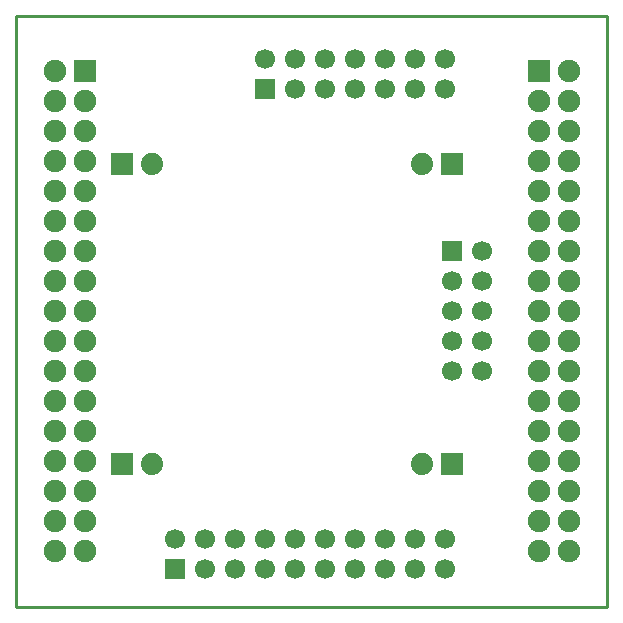
<source format=gbr>
G04 #@! TF.FileFunction,Soldermask,Bot*
%FSLAX46Y46*%
G04 Gerber Fmt 4.6, Leading zero omitted, Abs format (unit mm)*
G04 Created by KiCad (PCBNEW 4.0.1-3.201512221401+6198~38~ubuntu15.10.1-stable) date Fri 08 Apr 2016 11:07:14 AM EEST*
%MOMM*%
G01*
G04 APERTURE LIST*
%ADD10C,0.100000*%
%ADD11C,0.254000*%
%ADD12C,1.700000*%
%ADD13R,1.700000X1.700000*%
%ADD14R,1.851600X1.851600*%
%ADD15C,1.901600*%
%ADD16R,1.879600X1.879600*%
%ADD17C,1.879600*%
G04 APERTURE END LIST*
D10*
D11*
X125000000Y-120000000D02*
X125000000Y-70000000D01*
X175000000Y-120000000D02*
X125000000Y-120000000D01*
X175000000Y-70000000D02*
X175000000Y-120000000D01*
X125000000Y-70000000D02*
X175000000Y-70000000D01*
D12*
X161290000Y-114300000D03*
X161290000Y-116840000D03*
X156210000Y-116840000D03*
X156210000Y-114300000D03*
X158750000Y-116840000D03*
X158750000Y-114300000D03*
X153670000Y-114300000D03*
X153670000Y-116840000D03*
X151130000Y-114300000D03*
X151130000Y-116840000D03*
D13*
X138430000Y-116840000D03*
D12*
X138430000Y-114300000D03*
X140970000Y-116840000D03*
X140970000Y-114300000D03*
X143510000Y-116840000D03*
X143510000Y-114300000D03*
X146050000Y-116840000D03*
X146050000Y-114300000D03*
X148590000Y-116840000D03*
X148590000Y-114300000D03*
D14*
X130810000Y-74676000D03*
D15*
X128270000Y-74676000D03*
X130810000Y-77216000D03*
X128270000Y-77216000D03*
X130810000Y-79756000D03*
X128270000Y-79756000D03*
X130810000Y-82296000D03*
X128270000Y-82296000D03*
X130810000Y-84836000D03*
X128270000Y-84836000D03*
X128270000Y-87376000D03*
X130810000Y-87376000D03*
X128270000Y-89916000D03*
X130810000Y-89916000D03*
X128270000Y-92456000D03*
X130810000Y-92456000D03*
X128270000Y-94996000D03*
X130810000Y-94996000D03*
X128270000Y-97536000D03*
X130810000Y-97536000D03*
X128270000Y-105156000D03*
X130810000Y-105156000D03*
X128270000Y-115316000D03*
X130810000Y-112776000D03*
X128270000Y-112776000D03*
X130810000Y-115316000D03*
X130810000Y-110236000D03*
X128270000Y-107696000D03*
X128270000Y-110236000D03*
X130810000Y-107696000D03*
X128270000Y-100076000D03*
X128270000Y-102616000D03*
X130810000Y-102616000D03*
X130810000Y-100076000D03*
D14*
X169225000Y-74676000D03*
D15*
X171765000Y-74676000D03*
X169225000Y-77216000D03*
X171765000Y-77216000D03*
X169225000Y-79756000D03*
X171765000Y-79756000D03*
X169225000Y-82296000D03*
X171765000Y-82296000D03*
X169225000Y-84836000D03*
X171765000Y-84836000D03*
X171765000Y-87376000D03*
X169225000Y-87376000D03*
X171765000Y-89916000D03*
X169225000Y-89916000D03*
X171765000Y-92456000D03*
X169225000Y-92456000D03*
X171765000Y-94996000D03*
X169225000Y-94996000D03*
X171765000Y-97536000D03*
X169225000Y-97536000D03*
X171765000Y-105156000D03*
X169225000Y-105156000D03*
X171765000Y-115316000D03*
X169225000Y-112776000D03*
X171765000Y-112776000D03*
X169225000Y-115316000D03*
X169225000Y-110236000D03*
X171765000Y-107696000D03*
X171765000Y-110236000D03*
X169225000Y-107696000D03*
X171765000Y-100076000D03*
X171765000Y-102616000D03*
X169225000Y-102616000D03*
X169225000Y-100076000D03*
D16*
X133985000Y-107950000D03*
D17*
X136525000Y-107950000D03*
D16*
X161925000Y-82550000D03*
D17*
X159385000Y-82550000D03*
D16*
X161925000Y-107950000D03*
D17*
X159385000Y-107950000D03*
D16*
X133985000Y-82550000D03*
D17*
X136525000Y-82550000D03*
D12*
X161290000Y-73660000D03*
X161290000Y-76200000D03*
X158750000Y-73660000D03*
X158750000Y-76200000D03*
D13*
X146050000Y-76200000D03*
D12*
X146050000Y-73660000D03*
X148590000Y-76200000D03*
X148590000Y-73660000D03*
X151130000Y-76200000D03*
X151130000Y-73660000D03*
X153670000Y-76200000D03*
X153670000Y-73660000D03*
X156210000Y-76200000D03*
X156210000Y-73660000D03*
D13*
X161925000Y-89916000D03*
D12*
X164465000Y-89916000D03*
X161925000Y-92456000D03*
X164465000Y-92456000D03*
X161925000Y-94996000D03*
X164465000Y-94996000D03*
X161925000Y-97536000D03*
X164465000Y-97536000D03*
X161925000Y-100076000D03*
X164465000Y-100076000D03*
M02*

</source>
